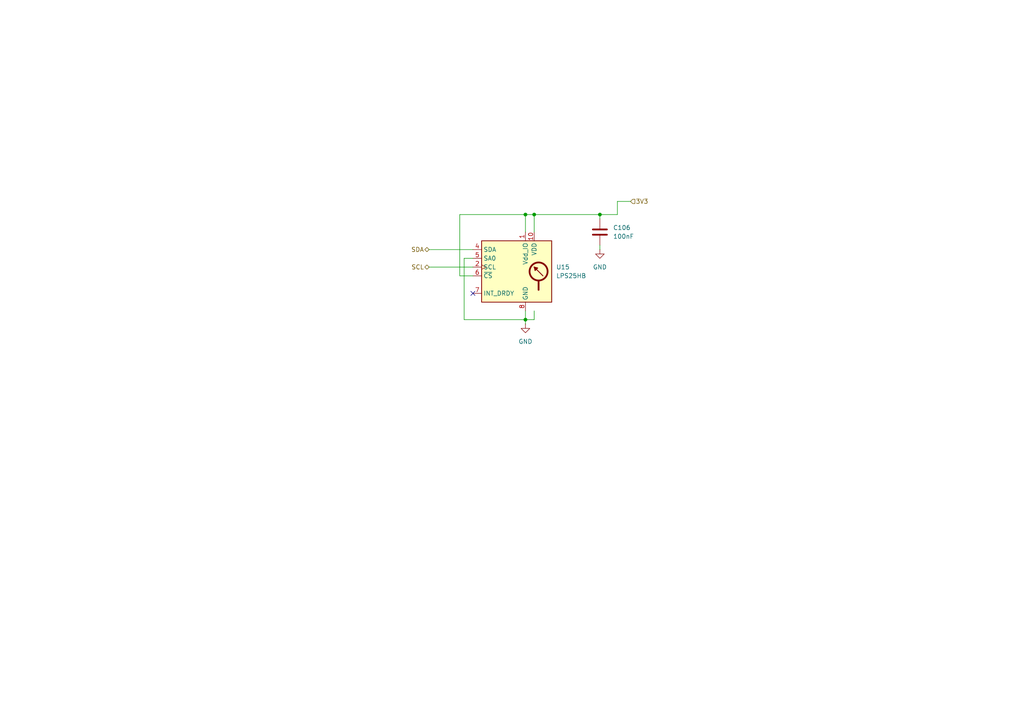
<source format=kicad_sch>
(kicad_sch (version 20231120) (generator "eeschema") (generator_version "8.0")
  (paper "A4")
  (lib_symbols
    (symbol "Device:C" (pin_numbers hide) (pin_names (offset 0.254))
      (property "Reference" "C" (at 0.635 2.54 0))
      (property "Value" "C" (at 0.635 -2.54 0))
      (symbol "C_0_1"
        (polyline (pts (xy -2.032 -0.762) (xy 2.032 -0.762)) (stroke (width 0.508)))
        (polyline (pts (xy -2.032 0.762) (xy 2.032 0.762)) (stroke (width 0.508)))
      )
      (symbol "C_1_1"
        (pin passive line (at 0 3.81 270) (length 2.794) (name "~") (number "1"))
        (pin passive line (at 0 -3.81 90) (length 2.794) (name "~") (number "2"))
      )
    )
    (symbol "Sensor_Pressure:LPS25HB"
      (property "Reference" "U" (at -11.43 1.27 0))
      (property "Value" "LPS25HB" (at -11.176 -1.27 0))
      (symbol "LPS25HB_0_1"
        (rectangle (start -10.16 10.16) (end 10.16 -7.62) (stroke (width 0.254)) (fill (type background)))
        (circle (center -6.35 1.27) (radius 2.6162) (stroke (width 0.508)))
        (polyline (pts (xy -7.62 0) (xy -5.08 2.54)) (stroke (width 0.254)))
        (polyline (pts (xy -6.35 -1.524) (xy -6.35 -4.064)) (stroke (width 0.508)))
        (polyline (pts (xy -5.08 2.54) (xy -5.334 1.524) (xy -6.096 2.286) (xy -5.08 2.54)) (stroke (width 0.254)) (fill (type outline)))
      )
      (symbol "LPS25HB_1_1"
        (pin power_in line (at -2.54 12.7 270) (length 2.54) (name "Vdd_IO") (number "1"))
        (pin power_in line (at -5.08 12.7 270) (length 2.54) (name "VDD") (number "10"))
        (pin input clock (at 12.7 2.54 180) (length 2.54) (name "SCL") (number "2"))
        (pin passive line (at -2.54 -10.16 90) (length 2.54) hide (name "GND") (number "3"))
        (pin bidirectional line (at 12.7 7.62 180) (length 2.54) (name "SDA") (number "4"))
        (pin input line (at 12.7 5.08 180) (length 2.54) (name "SA0") (number "5"))
        (pin input line (at 12.7 0 180) (length 2.54) (name "~{CS}") (number "6"))
        (pin output line (at 12.7 -5.08 180) (length 2.54) (name "INT_DRDY") (number "7"))
        (pin power_in line (at -2.54 -10.16 90) (length 2.54) (name "GND") (number "8"))
        (pin passive line (at -2.54 -10.16 90) (length 2.54) hide (name "GND") (number "9"))
      )
    )
    (symbol "power:GND" (power) (pin_numbers hide) (pin_names (offset 0) hide)
      (property "Value" "GND" (at 0 -3.81 0))
      (symbol "GND_0_1"
        (polyline (pts (xy 0 0) (xy 0 -1.27) (xy 1.27 -1.27) (xy 0 -2.54) (xy -1.27 -1.27) (xy 0 -1.27)))
      )
      (symbol "GND_1_1"
        (pin power_in line (at 0 0 270) (length 0) (name "~") (number "1"))
      )
    )
  )
  (junction (at 173.99 62.23))
  (junction (at 154.94 62.23))
  (junction (at 152.4 92.71))
  (junction (at 152.4 62.23))
  (no_connect (at 137.16 85.09))
  (wire (pts (xy 133.35 62.23) (xy 152.4 62.23)))
  (wire (pts (xy 152.4 92.71) (xy 154.94 92.71)))
  (wire (pts (xy 134.62 74.93) (xy 134.62 92.71)))
  (wire (pts (xy 124.46 72.39) (xy 137.16 72.39)))
  (wire (pts (xy 137.16 74.93) (xy 134.62 74.93)))
  (wire (pts (xy 137.16 80.01) (xy 133.35 80.01)))
  (wire (pts (xy 152.4 93.98) (xy 152.4 92.71)))
  (wire (pts (xy 179.07 58.42) (xy 182.88 58.42)))
  (wire (pts (xy 133.35 80.01) (xy 133.35 62.23)))
  (wire (pts (xy 173.99 71.12) (xy 173.99 72.39)))
  (wire (pts (xy 154.94 62.23) (xy 173.99 62.23)))
  (wire (pts (xy 124.46 77.47) (xy 137.16 77.47)))
  (wire (pts (xy 179.07 58.42) (xy 179.07 62.23)))
  (wire (pts (xy 152.4 67.31) (xy 152.4 62.23)))
  (wire (pts (xy 152.4 62.23) (xy 154.94 62.23)))
  (wire (pts (xy 173.99 62.23) (xy 179.07 62.23)))
  (wire (pts (xy 154.94 90.17) (xy 154.94 92.71)))
  (wire (pts (xy 152.4 90.17) (xy 152.4 92.71)))
  (wire (pts (xy 134.62 92.71) (xy 152.4 92.71)))
  (wire (pts (xy 154.94 62.23) (xy 154.94 67.31)))
  (wire (pts (xy 173.99 62.23) (xy 173.99 63.5)))
  (hierarchical_label "3V3" (shape input) (at 182.88 58.42 0))
  (hierarchical_label "SCL" (shape bidirectional) (at 124.46 77.47 180))
  (hierarchical_label "SDA" (shape bidirectional) (at 124.46 72.39 180))
  (symbol (lib_id "power:GND") (at 152.4 93.98 0) (unit 1)
    (property "Reference" "#PWR0162" (effects (hide yes)))
    (property "Value" "GND" (at 152.4 99.06 0))
    (property "Description" "Power symbol creates a global label with name \"GND\" , ground" (effects (hide yes)))
  )
  (symbol (lib_id "power:GND") (at 173.99 72.39 0) (unit 1)
    (property "Reference" "#PWR0161" (effects (hide yes)))
    (property "Value" "GND" (at 173.99 77.47 0))
    (property "Description" "Power symbol creates a global label with name \"GND\" , ground" (effects (hide yes)))
  )
  (symbol (lib_id "Device:C") (at 173.99 67.31 0) (unit 1)
    (property "Reference" "C106" (at 177.8 66.04 0) (effects (justify left)))
    (property "Value" "100nF" (at 177.8 68.58 0) (effects (justify left)))
    (property "Footprint" "Capacitor_SMD:C_0402_1005Metric" (effects (hide yes)))
    (property "MPN" "CL05B104KB54PNC" (effects (hide yes)))
  )
  (symbol (lib_id "Sensor_Pressure:LPS25HB") (at 149.86 80.01 0) (mirror y) (unit 1)
    (property "Reference" "U15" (at 161.29 77.4699 0) (effects (justify right)))
    (property "Value" "LPS25HB" (at 161.29 80.0099 0) (effects (justify right)))
    (property "Footprint" "Package_LGA:ST_HLGA-10_2.5x2.5mm_P0.6mm_LayoutBorder3x2y" (effects (hide yes)))
    (property "Datasheet" "https://www.st.com/resource/en/datasheet/lps25hb.pdf" (effects (hide yes)))
    (property "Description" "MEMS nano pressure sensor, 260-1260 hPa, absolute digital output baromeeter, 24 bit, SPI, I2C, 0.01 hPa noise rms, ST_HLGA-10L" (effects (hide yes)))
  )
)
</source>
